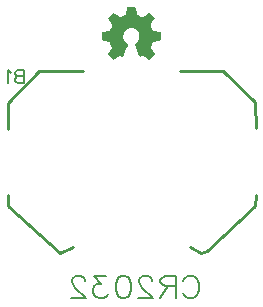
<source format=gbo>
G04 Layer: BottomSilkscreenLayer*
G04 EasyEDA v6.5.34, 2023-09-03 14:00:07*
G04 0d370e9aff9448ea9080f85309a0253c,ed70181f279245e6aff80281ee7dc86a,10*
G04 Gerber Generator version 0.2*
G04 Scale: 100 percent, Rotated: No, Reflected: No *
G04 Dimensions in millimeters *
G04 leading zeros omitted , absolute positions ,4 integer and 5 decimal *
%FSLAX45Y45*%
%MOMM*%

%ADD10C,0.2032*%
%ADD11C,0.1524*%
%ADD12C,0.2540*%

%LPD*%
G36*
X5000396Y6316827D02*
G01*
X4982768Y6316675D01*
X4972507Y6315964D01*
X4967478Y6314490D01*
X4965649Y6311900D01*
X4963312Y6300978D01*
X4956149Y6262573D01*
X4953914Y6252006D01*
X4951831Y6249924D01*
X4947005Y6246876D01*
X4940249Y6243218D01*
X4932375Y6239357D01*
X4924247Y6235700D01*
X4916678Y6232601D01*
X4910429Y6230518D01*
X4906467Y6229705D01*
X4903216Y6231229D01*
X4896459Y6235242D01*
X4876139Y6248603D01*
X4848555Y6267450D01*
X4800142Y6219037D01*
X4828082Y6178600D01*
X4831232Y6173571D01*
X4833569Y6169152D01*
X4835042Y6165189D01*
X4835702Y6161379D01*
X4835601Y6157518D01*
X4834737Y6153302D01*
X4833112Y6148578D01*
X4827625Y6136538D01*
X4816449Y6113373D01*
X4751832Y6101943D01*
X4750765Y6060236D01*
X4750714Y6047028D01*
X4751222Y6042304D01*
X4752238Y6038646D01*
X4754016Y6035751D01*
X4756607Y6033566D01*
X4760214Y6031839D01*
X4764989Y6030417D01*
X4778705Y6027775D01*
X4815636Y6021222D01*
X4823155Y6003950D01*
X4828895Y5990082D01*
X4837125Y5969203D01*
X4799787Y5914948D01*
X4848098Y5866638D01*
X4882997Y5890564D01*
X4891684Y5896000D01*
X4898186Y5899708D01*
X4901539Y5901080D01*
X4903774Y5900623D01*
X4907280Y5899454D01*
X4920488Y5893511D01*
X4924298Y5892292D01*
X4927142Y5891885D01*
X4928666Y5892444D01*
X4934204Y5904941D01*
X4957724Y5961634D01*
X4968036Y5987288D01*
X4972304Y5998768D01*
X4971237Y6000546D01*
X4968189Y6003798D01*
X4953660Y6017056D01*
X4949596Y6021120D01*
X4945989Y6025134D01*
X4942840Y6029198D01*
X4940147Y6033262D01*
X4937861Y6037478D01*
X4935982Y6041796D01*
X4934508Y6046317D01*
X4933391Y6051042D01*
X4932578Y6055969D01*
X4932121Y6061252D01*
X4931968Y6066840D01*
X4932273Y6073444D01*
X4933137Y6079896D01*
X4934508Y6086144D01*
X4936439Y6092088D01*
X4938826Y6097778D01*
X4941722Y6103213D01*
X4945075Y6108293D01*
X4948885Y6113018D01*
X4953101Y6117437D01*
X4957724Y6121400D01*
X4962702Y6125006D01*
X4968087Y6128156D01*
X4973777Y6130848D01*
X4979771Y6133084D01*
X4986121Y6134760D01*
X4992725Y6135979D01*
X4999228Y6136487D01*
X5005781Y6136233D01*
X5012385Y6135217D01*
X5018887Y6133592D01*
X5025288Y6131255D01*
X5031536Y6128359D01*
X5037480Y6124854D01*
X5043068Y6120790D01*
X5048300Y6116269D01*
X5053076Y6111240D01*
X5057343Y6105753D01*
X5061000Y6099860D01*
X5065115Y6091682D01*
X5067604Y6084417D01*
X5068773Y6076645D01*
X5068976Y6066840D01*
X5068773Y6061202D01*
X5068316Y6055969D01*
X5067503Y6050991D01*
X5066334Y6046317D01*
X5064810Y6041796D01*
X5062880Y6037478D01*
X5060594Y6033262D01*
X5057851Y6029096D01*
X5054650Y6025032D01*
X5050993Y6020917D01*
X5046878Y6016752D01*
X5027625Y5999784D01*
X5060391Y5919317D01*
X5065928Y5906160D01*
X5069992Y5897727D01*
X5071618Y5894984D01*
X5073040Y5893104D01*
X5074412Y5892038D01*
X5075783Y5891580D01*
X5077155Y5891682D01*
X5080406Y5893104D01*
X5084673Y5895441D01*
X5093512Y5899454D01*
X5097018Y5900623D01*
X5099304Y5901080D01*
X5102656Y5899759D01*
X5109108Y5896051D01*
X5117744Y5890615D01*
X5152339Y5866841D01*
X5201158Y5914796D01*
X5163667Y5969203D01*
X5177637Y6003899D01*
X5185105Y6021019D01*
X5235397Y6030417D01*
X5240375Y6031890D01*
X5244134Y6033617D01*
X5246827Y6035802D01*
X5248605Y6038646D01*
X5249672Y6042304D01*
X5250129Y6046978D01*
X5250230Y6052820D01*
X5249011Y6101943D01*
X5184394Y6113272D01*
X5173167Y6136487D01*
X5167731Y6148578D01*
X5166106Y6153302D01*
X5165191Y6157518D01*
X5165090Y6161379D01*
X5165801Y6165189D01*
X5167274Y6169152D01*
X5169611Y6173571D01*
X5176774Y6184544D01*
X5200650Y6219037D01*
X5152288Y6267399D01*
X5113426Y6241237D01*
X5104079Y6235242D01*
X5097322Y6231229D01*
X5094173Y6229705D01*
X5090109Y6230467D01*
X5083911Y6232601D01*
X5076342Y6235649D01*
X5060543Y6243015D01*
X5053838Y6246672D01*
X5049062Y6249670D01*
X5046980Y6251803D01*
X5044694Y6262471D01*
X5037480Y6300978D01*
X5035143Y6311900D01*
X5033314Y6314490D01*
X5028336Y6315964D01*
X5018024Y6316675D01*
G37*
D10*
X5436755Y3994264D02*
G01*
X5445991Y4012737D01*
X5464464Y4031211D01*
X5482935Y4040446D01*
X5519882Y4040446D01*
X5538355Y4031211D01*
X5556826Y4012737D01*
X5566064Y3994264D01*
X5575300Y3966555D01*
X5575300Y3920375D01*
X5566064Y3892664D01*
X5556826Y3874193D01*
X5538355Y3855720D01*
X5519882Y3846484D01*
X5482935Y3846484D01*
X5464464Y3855720D01*
X5445991Y3874193D01*
X5436755Y3892664D01*
X5375795Y4040446D02*
G01*
X5375795Y3846484D01*
X5375795Y4040446D02*
G01*
X5292666Y4040446D01*
X5264957Y4031211D01*
X5255722Y4021975D01*
X5246484Y4003502D01*
X5246484Y3985028D01*
X5255722Y3966555D01*
X5264957Y3957320D01*
X5292666Y3948084D01*
X5375795Y3948084D01*
X5311140Y3948084D02*
G01*
X5246484Y3846484D01*
X5176288Y3994264D02*
G01*
X5176288Y4003502D01*
X5167053Y4021975D01*
X5157815Y4031211D01*
X5139344Y4040446D01*
X5102397Y4040446D01*
X5083924Y4031211D01*
X5074688Y4021975D01*
X5065453Y4003502D01*
X5065453Y3985028D01*
X5074688Y3966555D01*
X5093162Y3938846D01*
X5185524Y3846484D01*
X5056215Y3846484D01*
X4939837Y4040446D02*
G01*
X4967546Y4031211D01*
X4986020Y4003502D01*
X4995255Y3957320D01*
X4995255Y3929611D01*
X4986020Y3883428D01*
X4967546Y3855720D01*
X4939837Y3846484D01*
X4921364Y3846484D01*
X4893655Y3855720D01*
X4875184Y3883428D01*
X4865946Y3929611D01*
X4865946Y3957320D01*
X4875184Y4003502D01*
X4893655Y4031211D01*
X4921364Y4040446D01*
X4939837Y4040446D01*
X4786515Y4040446D02*
G01*
X4684915Y4040446D01*
X4740333Y3966555D01*
X4712624Y3966555D01*
X4694151Y3957320D01*
X4684915Y3948084D01*
X4675677Y3920375D01*
X4675677Y3901902D01*
X4684915Y3874193D01*
X4703386Y3855720D01*
X4731095Y3846484D01*
X4758804Y3846484D01*
X4786515Y3855720D01*
X4795751Y3864955D01*
X4804986Y3883428D01*
X4605482Y3994264D02*
G01*
X4605482Y4003502D01*
X4596244Y4021975D01*
X4587008Y4031211D01*
X4568535Y4040446D01*
X4531591Y4040446D01*
X4513117Y4031211D01*
X4503882Y4021975D01*
X4494644Y4003502D01*
X4494644Y3985028D01*
X4503882Y3966555D01*
X4522355Y3938846D01*
X4614717Y3846484D01*
X4485408Y3846484D01*
D11*
X4089400Y5779515D02*
G01*
X4089400Y5670550D01*
X4089400Y5779515D02*
G01*
X4042663Y5779515D01*
X4027170Y5774436D01*
X4021836Y5769102D01*
X4016756Y5758687D01*
X4016756Y5748273D01*
X4021836Y5737860D01*
X4027170Y5732779D01*
X4042663Y5727700D01*
X4089400Y5727700D02*
G01*
X4042663Y5727700D01*
X4027170Y5722365D01*
X4021836Y5717286D01*
X4016756Y5706871D01*
X4016756Y5691123D01*
X4021836Y5680710D01*
X4027170Y5675629D01*
X4042663Y5670550D01*
X4089400Y5670550D01*
X3982465Y5758687D02*
G01*
X3972052Y5764021D01*
X3956304Y5779515D01*
X3956304Y5670550D01*
D12*
X4588931Y5775474D02*
G01*
X4217001Y5770031D01*
X3953931Y5497888D01*
X3953931Y5283804D01*
X6052139Y5291127D02*
G01*
X6050869Y5509567D01*
X5774009Y5773727D01*
X5415267Y5773727D01*
X5497657Y4283806D02*
G01*
X5592579Y4229227D01*
X5638299Y4248277D01*
X6051049Y4630546D01*
X6053589Y4719446D01*
X3954912Y4720686D02*
G01*
X3954912Y4633442D01*
X4395602Y4232122D01*
X4509902Y4279112D01*
M02*

</source>
